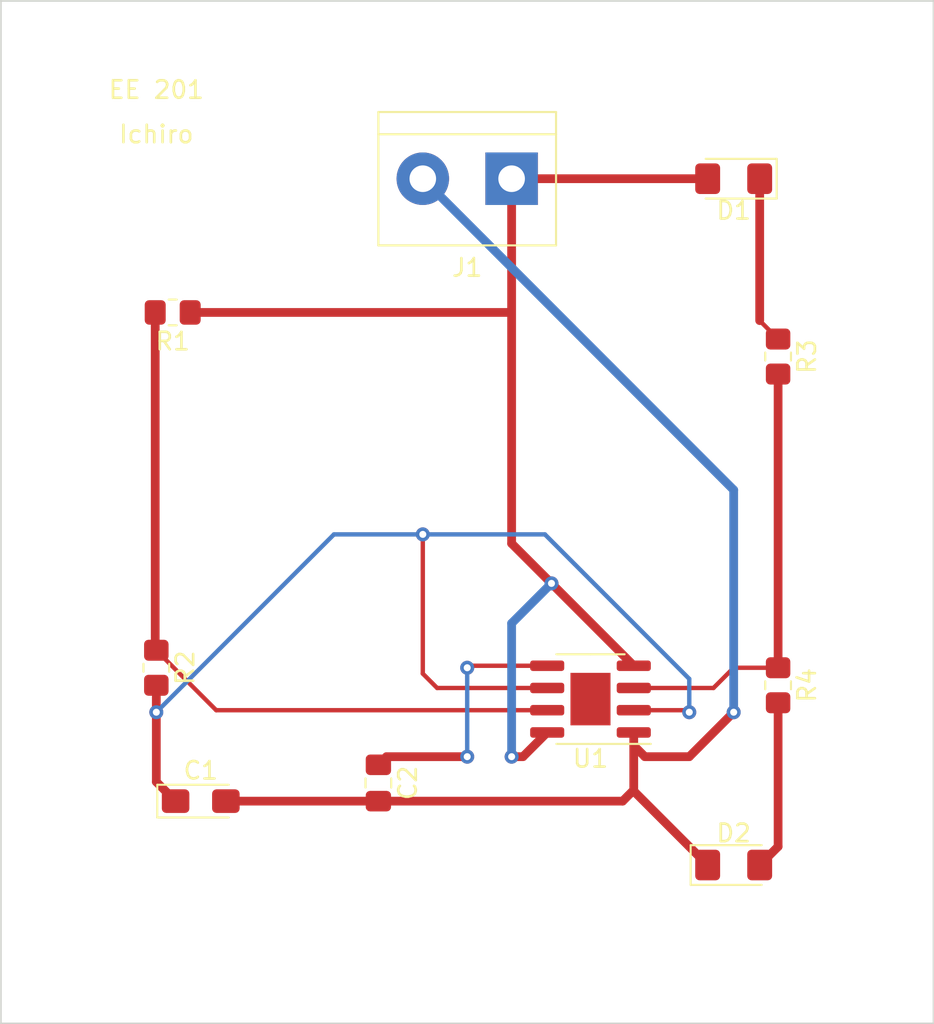
<source format=kicad_pcb>
(kicad_pcb (version 20211014) (generator pcbnew)
  (layers (0 "F.Cu" signal) (31 "B.Cu" signal) (34 "B.Paste" user) (35 "F.Paste" user) (36 "B.SilkS" user "B.Silkscreen") (37 "F.SilkS" user "F.Silkscreen") (38 "B.Mask" user) (39 "F.Mask" user) (44 "Edge.Cuts" user))
  (net 0 "")
  (net 1 "/pin_2")
  (net 2 "GND")
  (net 3 "Net-(C2-Pad1)")
  (net 4 "Net-(D1-Pad1)")
  (net 5 "+9V")
  (net 6 "Net-(D2-Pad2)")
  (net 7 "Net-(R1-Pad2)")
  (net 8 "/pin_3")
  (footprint "Resistor_SMD:R_0805_2012Metric_Pad1.20x1.40mm_HandSolder" (layer "F.Cu") (at 154.94 59.42 -90)
    (fp_text reference "R4" (at 0 -1.65 90) (layer "F.SilkS"))
    (fp_text value "1k")
    (fp_line (start -0.227064 0.735) (end 0.227064 0.735) (layer "F.SilkS") (width 0.12))
    (fp_line (start -0.227064 -0.735) (end 0.227064 -0.735) (layer "F.SilkS") (width 0.12))
    (pad "1" smd roundrect (at -1 0 270) (size 1.2 1.4) (layers "F.Cu" "F.Paste" "F.Mask") (roundrect_rratio 0.2083333333) (net 8 "/pin_3"))
    (pad "2" smd roundrect (at 1 0 270) (size 1.2 1.4) (layers "F.Cu" "F.Paste" "F.Mask") (roundrect_rratio 0.2083333333) (net 6 "Net-(D2-Pad2)"))
  )
  (footprint "LED_SMD:LED_1206_3216Metric_Pad1.42x1.75mm_HandSolder" (layer "F.Cu") (at 152.4 69.69)
    (fp_text reference "D2" (at 0 -1.82) (layer "F.SilkS"))
    (fp_text value "LED")
    (fp_line (start -2.46 -1.135) (end -2.46 1.135) (layer "F.SilkS") (width 0.12))
    (fp_line (start -2.46 1.135) (end 1.6 1.135) (layer "F.SilkS") (width 0.12))
    (fp_line (start 1.6 -1.135) (end -2.46 -1.135) (layer "F.SilkS") (width 0.12))
    (pad "1" smd roundrect (at -1.4875 0) (size 1.425 1.75) (layers "F.Cu" "F.Paste" "F.Mask") (roundrect_rratio 0.1754392982) (net 2 "GND"))
    (pad "2" smd roundrect (at 1.4875 0) (size 1.425 1.75) (layers "F.Cu" "F.Paste" "F.Mask") (roundrect_rratio 0.1754392982) (net 6 "Net-(D2-Pad2)"))
  )
  (footprint "Capacitor_SMD:C_0805_2012Metric_Pad1.18x1.45mm_HandSolder" (layer "F.Cu") (at 132.08 65.0025 -90)
    (fp_text reference "C2" (at 0 -1.68 90) (layer "F.SilkS"))
    (fp_text value "0.01uF")
    (fp_line (start -0.261252 -0.735) (end 0.261252 -0.735) (layer "F.SilkS") (width 0.12))
    (fp_line (start -0.261252 0.735) (end 0.261252 0.735) (layer "F.SilkS") (width 0.12))
    (pad "1" smd roundrect (at -1.0375 0 270) (size 1.175 1.45) (layers "F.Cu" "F.Paste" "F.Mask") (roundrect_rratio 0.2127659574) (net 3 "Net-(C2-Pad1)"))
    (pad "2" smd roundrect (at 1.0375 0 270) (size 1.175 1.45) (layers "F.Cu" "F.Paste" "F.Mask") (roundrect_rratio 0.2127659574) (net 2 "GND"))
  )
  (footprint "Resistor_SMD:R_0805_2012Metric_Pad1.20x1.40mm_HandSolder" (layer "F.Cu") (at 120.316424 38.12 180)
    (fp_text reference "R1" (at 0 -1.65) (layer "F.SilkS"))
    (fp_text value "1k")
    (fp_line (start -0.227064 -0.735) (end 0.227064 -0.735) (layer "F.SilkS") (width 0.12))
    (fp_line (start -0.227064 0.735) (end 0.227064 0.735) (layer "F.SilkS") (width 0.12))
    (pad "1" smd roundrect (at -1 0 180) (size 1.2 1.4) (layers "F.Cu" "F.Paste" "F.Mask") (roundrect_rratio 0.2083333333) (net 5 "+9V"))
    (pad "2" smd roundrect (at 1 0 180) (size 1.2 1.4) (layers "F.Cu" "F.Paste" "F.Mask") (roundrect_rratio 0.2083333333) (net 7 "Net-(R1-Pad2)"))
  )
  (footprint "Resistor_SMD:R_0805_2012Metric_Pad1.20x1.40mm_HandSolder" (layer "F.Cu") (at 119.38 58.42 -90)
    (fp_text reference "R2" (at 0 -1.65 90) (layer "F.SilkS"))
    (fp_text value "10k")
    (fp_line (start -0.227064 -0.735) (end 0.227064 -0.735) (layer "F.SilkS") (width 0.12))
    (fp_line (start -0.227064 0.735) (end 0.227064 0.735) (layer "F.SilkS") (width 0.12))
    (pad "1" smd roundrect (at -1 0 270) (size 1.2 1.4) (layers "F.Cu" "F.Paste" "F.Mask") (roundrect_rratio 0.2083333333) (net 7 "Net-(R1-Pad2)"))
    (pad "2" smd roundrect (at 1 0 270) (size 1.2 1.4) (layers "F.Cu" "F.Paste" "F.Mask") (roundrect_rratio 0.2083333333) (net 1 "/pin_2"))
  )
  (footprint "Package_SO:SOIC-8-1EP_3.9x4.9mm_P1.27mm_EP2.29x3mm" (layer "F.Cu") (at 144.21 60.21 180)
    (fp_text reference "U1" (at 0 -3.4) (layer "F.SilkS"))
    (fp_text value "NE555D")
    (fp_line (start 0 2.56) (end 1.95 2.56) (layer "F.SilkS") (width 0.12))
    (fp_line (start 0 -2.56) (end 1.95 -2.56) (layer "F.SilkS") (width 0.12))
    (fp_line (start 0 2.56) (end -1.95 2.56) (layer "F.SilkS") (width 0.12))
    (fp_line (start 0 -2.56) (end -3.45 -2.56) (layer "F.SilkS") (width 0.12))
    (pad "1" smd roundrect (at -2.475 -1.905 180) (size 1.95 0.6) (layers "F.Cu" "F.Paste" "F.Mask") (net 2 "GND"))
    (pad "2" smd roundrect (at -2.475 -0.635 180) (size 1.95 0.6) (layers "F.Cu" "F.Paste" "F.Mask") (net 1 "/pin_2"))
    (pad "3" smd roundrect (at -2.475 0.635 180) (size 1.95 0.6) (layers "F.Cu" "F.Paste" "F.Mask") (net 8 "/pin_3"))
    (pad "4" smd roundrect (at -2.475 1.905 180) (size 1.95 0.6) (layers "F.Cu" "F.Paste" "F.Mask") (net 5 "+9V"))
    (pad "5" smd roundrect (at 2.475 1.905 180) (size 1.95 0.6) (layers "F.Cu" "F.Paste" "F.Mask") (net 3 "Net-(C2-Pad1)"))
    (pad "6" smd roundrect (at 2.475 0.635 180) (size 1.95 0.6) (layers "F.Cu" "F.Paste" "F.Mask") (net 1 "/pin_2"))
    (pad "7" smd roundrect (at 2.475 -0.635 180) (size 1.95 0.6) (layers "F.Cu" "F.Paste" "F.Mask") (net 7 "Net-(R1-Pad2)"))
    (pad "8" smd roundrect (at 2.475 -1.905 180) (size 1.95 0.6) (layers "F.Cu" "F.Paste" "F.Mask") (net 5 "+9V"))
    (pad "9" smd rect (at 0 0 180) (size 2.29 3) (layers "F.Cu" "F.Mask"))
  )
  (footprint "LED_SMD:LED_1206_3216Metric_Pad1.42x1.75mm_HandSolder" (layer "F.Cu") (at 152.4 30.48 180)
    (fp_text reference "D1" (at 0 -1.82) (layer "F.SilkS"))
    (fp_text value "LED")
    (fp_line (start -2.46 1.135) (end 1.6 1.135) (layer "F.SilkS") (width 0.12))
    (fp_line (start 1.6 -1.135) (end -2.46 -1.135) (layer "F.SilkS") (width 0.12))
    (fp_line (start -2.46 -1.135) (end -2.46 1.135) (layer "F.SilkS") (width 0.12))
    (pad "1" smd roundrect (at -1.4875 0 180) (size 1.425 1.75) (layers "F.Cu" "F.Paste" "F.Mask") (roundrect_rratio 0.1754392982) (net 4 "Net-(D1-Pad1)"))
    (pad "2" smd roundrect (at 1.4875 0 180) (size 1.425 1.75) (layers "F.Cu" "F.Paste" "F.Mask") (roundrect_rratio 0.1754392982) (net 5 "+9V"))
  )
  (footprint "TerminalBlock:TerminalBlock_bornier-2_P5.08mm" (layer "F.Cu") (at 139.7 30.48 180)
    (fp_text reference "J1" (at 2.54 -5.08) (layer "F.SilkS"))
    (fp_text value "Conn_01x02_Male")
    (fp_line (start -2.54 3.81) (end 7.62 3.81) (layer "F.SilkS") (width 0.12))
    (fp_line (start 7.62 -3.81) (end -2.54 -3.81) (layer "F.SilkS") (width 0.12))
    (fp_line (start 7.62 2.54) (end -2.54 2.54) (layer "F.SilkS") (width 0.12))
    (fp_line (start 7.62 3.81) (end 7.62 -3.81) (layer "F.SilkS") (width 0.12))
    (fp_line (start -2.54 -3.81) (end -2.54 3.81) (layer "F.SilkS") (width 0.12))
    (pad "1" thru_hole rect (at 0 0 180) (size 3 3) (drill 1.52) (layers *.Cu *.Mask) (net 5 "+9V"))
    (pad "2" thru_hole circle (at 5.08 0 180) (size 3 3) (drill 1.52) (layers *.Cu *.Mask) (net 2 "GND"))
  )
  (footprint "Capacitor_Tantalum_SMD:CP_EIA-3216-18_Kemet-A_Pad1.58x1.35mm_HandSolder" (layer "F.Cu") (at 121.92 66.04)
    (fp_text reference "C1" (at 0 -1.75) (layer "F.SilkS"))
    (fp_text value "10uF")
    (fp_line (start -2.485 0.935) (end 1.6 0.935) (layer "F.SilkS") (width 0.12))
    (fp_line (start -2.485 -0.935) (end -2.485 0.935) (layer "F.SilkS") (width 0.12))
    (fp_line (start 1.6 -0.935) (end -2.485 -0.935) (layer "F.SilkS") (width 0.12))
    (pad "1" smd roundrect (at -1.4375 0) (size 1.575 1.35) (layers "F.Cu" "F.Paste" "F.Mask") (roundrect_rratio 0.1851851852) (net 1 "/pin_2"))
    (pad "2" smd roundrect (at 1.4375 0) (size 1.575 1.35) (layers "F.Cu" "F.Paste" "F.Mask") (roundrect_rratio 0.1851851852) (net 2 "GND"))
  )
  (footprint "Resistor_SMD:R_0805_2012Metric_Pad1.20x1.40mm_HandSolder" (layer "F.Cu") (at 154.94 40.64 -90)
    (fp_text reference "R3" (at 0 -1.65 90) (layer "F.SilkS"))
    (fp_text value "1k")
    (fp_line (start -0.227064 0.735) (end 0.227064 0.735) (layer "F.SilkS") (width 0.12))
    (fp_line (start -0.227064 -0.735) (end 0.227064 -0.735) (layer "F.SilkS") (width 0.12))
    (pad "1" smd roundrect (at -1 0 270) (size 1.2 1.4) (layers "F.Cu" "F.Paste" "F.Mask") (roundrect_rratio 0.2083333333) (net 4 "Net-(D1-Pad1)"))
    (pad "2" smd roundrect (at 1 0 270) (size 1.2 1.4) (layers "F.Cu" "F.Paste" "F.Mask") (roundrect_rratio 0.2083333333) (net 8 "/pin_3"))
  )
  (gr_rect (start 110.49 20.32) (end 163.83 78.74) (layer "Edge.Cuts") (width 0.1) (fill none))
  (gr_text "EE 201" (at 119.38 25.4) (layer "F.SilkS") (effects (font (size 1 1))))
  (gr_text "Ichiro" (at 119.38 27.94) (layer "F.SilkS") (effects (font (size 1 1))))
  (segment (start 135.44 59.575) (end 141.735 59.575) (width 0.25) (layer "F.Cu") (net 1))
  (segment (start 149.745 60.845) (end 149.86 60.96) (width 0.25) (layer "F.Cu") (net 1))
  (segment (start 134.62 58.755) (end 135.44 59.575) (width 0.25) (layer "F.Cu") (net 1))
  (segment (start 146.685 60.845) (end 149.745 60.845) (width 0.25) (layer "F.Cu") (net 1))
  (segment (start 119.38 64.9375) (end 120.4825 66.04) (width 0.5) (layer "F.Cu") (net 1))
  (segment (start 119.38 60.96) (end 119.38 64.9375) (width 0.5) (layer "F.Cu") (net 1))
  (segment (start 119.38 59.42) (end 119.38 60.96) (width 0.5) (layer "F.Cu") (net 1))
  (segment (start 134.62 50.8) (end 134.62 58.755) (width 0.25) (layer "F.Cu") (net 1))
  (via (at 119.38 60.96) (size 0.8) (drill 0.4) (layers "F.Cu" "B.Cu") (net 1))
  (via (at 149.86 60.96) (size 0.8) (drill 0.4) (layers "F.Cu" "B.Cu") (net 1))
  (via (at 134.62 50.8) (size 0.8) (drill 0.4) (layers "F.Cu" "B.Cu") (net 1))
  (segment (start 149.86 59.056396) (end 141.603604 50.8) (width 0.25) (layer "B.Cu") (net 1))
  (segment (start 129.54 50.8) (end 119.38 60.96) (width 0.25) (layer "B.Cu") (net 1))
  (segment (start 134.62 50.8) (end 129.54 50.8) (width 0.25) (layer "B.Cu") (net 1))
  (segment (start 141.603604 50.8) (end 134.62 50.8) (width 0.25) (layer "B.Cu") (net 1))
  (segment (start 149.86 60.96) (end 149.86 59.056396) (width 0.25) (layer "B.Cu") (net 1))
  (segment (start 146.685 65.405) (end 146.685 62.115) (width 0.5) (layer "F.Cu") (net 2))
  (segment (start 123.3575 66.04) (end 132.08 66.04) (width 0.5) (layer "F.Cu") (net 2))
  (segment (start 146.05 66.04) (end 146.685 65.405) (width 0.5) (layer "F.Cu") (net 2))
  (segment (start 150.9125 69.69) (end 146.685 65.4625) (width 0.5) (layer "F.Cu") (net 2))
  (segment (start 147.32 63.5) (end 149.86 63.5) (width 0.5) (layer "F.Cu") (net 2))
  (segment (start 149.86 63.5) (end 152.4 60.96) (width 0.5) (layer "F.Cu") (net 2))
  (segment (start 146.685 62.865) (end 147.32 63.5) (width 0.5) (layer "F.Cu") (net 2))
  (segment (start 146.685 65.4625) (end 146.685 65.405) (width 0.25) (layer "F.Cu") (net 2))
  (segment (start 132.08 66.04) (end 146.05 66.04) (width 0.5) (layer "F.Cu") (net 2))
  (segment (start 146.685 62.115) (end 146.685 62.865) (width 0.25) (layer "F.Cu") (net 2))
  (via (at 152.4 60.96) (size 0.8) (drill 0.4) (layers "F.Cu" "B.Cu") (net 2))
  (segment (start 152.4 48.26) (end 152.4 60.96) (width 0.5) (layer "B.Cu") (net 2))
  (segment (start 134.62 30.48) (end 152.4 48.26) (width 0.5) (layer "B.Cu") (net 2))
  (segment (start 137.275 58.305) (end 137.16 58.42) (width 0.25) (layer "F.Cu") (net 3))
  (segment (start 141.735 58.305) (end 137.275 58.305) (width 0.25) (layer "F.Cu") (net 3))
  (segment (start 132.545 63.5) (end 137.16 63.5) (width 0.5) (layer "F.Cu") (net 3))
  (segment (start 132.08 63.965) (end 132.545 63.5) (width 0.5) (layer "F.Cu") (net 3))
  (via (at 137.16 63.5) (size 0.8) (drill 0.4) (layers "F.Cu" "B.Cu") (net 3))
  (via (at 137.16 58.42) (size 0.8) (drill 0.4) (layers "F.Cu" "B.Cu") (net 3))
  (segment (start 137.16 58.42) (end 137.16 63.5) (width 0.25) (layer "B.Cu") (net 3))
  (segment (start 153.8875 38.5875) (end 154.94 39.64) (width 0.25) (layer "F.Cu") (net 4))
  (segment (start 153.8875 30.48) (end 153.8875 38.5875) (width 0.5) (layer "F.Cu") (net 4))
  (segment (start 139.7 38.1) (end 121.336424 38.1) (width 0.25) (layer "F.Cu") (net 5))
  (segment (start 141.735 62.115) (end 140.35 63.5) (width 0.5) (layer "F.Cu") (net 5))
  (segment (start 140.35 63.5) (end 139.7 63.5) (width 0.5) (layer "F.Cu") (net 5))
  (segment (start 139.7 51.32) (end 146.685 58.305) (width 0.5) (layer "F.Cu") (net 5))
  (segment (start 141.98 53.6) (end 146.685 58.305) (width 0.25) (layer "F.Cu") (net 5))
  (segment (start 141.98 53.6) (end 139.7 51.32) (width 0.25) (layer "F.Cu") (net 5))
  (segment (start 121.336424 38.1) (end 121.316424 38.12) (width 0.25) (layer "F.Cu") (net 5))
  (segment (start 150.9125 30.48) (end 139.7 30.48) (width 0.5) (layer "F.Cu") (net 5))
  (segment (start 139.68 38.12) (end 139.7 38.1) (width 0.25) (layer "F.Cu") (net 5))
  (segment (start 139.7 38.1) (end 139.7 51.32) (width 0.25) (layer "F.Cu") (net 5))
  (segment (start 139.7 30.48) (end 139.7 51.32) (width 0.5) (layer "F.Cu") (net 5))
  (segment (start 121.316424 38.12) (end 139.68 38.12) (width 0.5) (layer "F.Cu") (net 5))
  (segment (start 139.7 38.1) (end 139.7 30.48) (width 0.25) (layer "F.Cu") (net 5))
  (via (at 141.98 53.6) (size 0.8) (drill 0.4) (layers "F.Cu" "B.Cu") (net 5))
  (via (at 139.7 63.5) (size 0.8) (drill 0.4) (layers "F.Cu" "B.Cu") (net 5))
  (segment (start 141.98 53.6) (end 139.7 55.88) (width 0.5) (layer "B.Cu") (net 5))
  (segment (start 139.7 55.88) (end 139.7 63.5) (width 0.5) (layer "B.Cu") (net 5))
  (segment (start 154.94 68.6375) (end 153.8875 69.69) (width 0.5) (layer "F.Cu") (net 6))
  (segment (start 154.94 60.42) (end 154.94 68.6375) (width 0.5) (layer "F.Cu") (net 6))
  (segment (start 119.316424 38.12) (end 119.316424 57.356424) (width 0.5) (layer "F.Cu") (net 7))
  (segment (start 119.38 57.42) (end 122.805 60.845) (width 0.25) (layer "F.Cu") (net 7))
  (segment (start 119.316424 57.356424) (end 119.38 57.42) (width 0.25) (layer "F.Cu") (net 7))
  (segment (start 122.805 60.845) (end 141.735 60.845) (width 0.25) (layer "F.Cu") (net 7))
  (segment (start 152.4 58.42) (end 154.94 58.42) (width 0.25) (layer "F.Cu") (net 8))
  (segment (start 151.245 59.575) (end 152.4 58.42) (width 0.25) (layer "F.Cu") (net 8))
  (segment (start 154.94 41.64) (end 154.94 58.42) (width 0.5) (layer "F.Cu") (net 8))
  (segment (start 146.685 59.575) (end 151.245 59.575) (width 0.25) (layer "F.Cu") (net 8))
)
</source>
